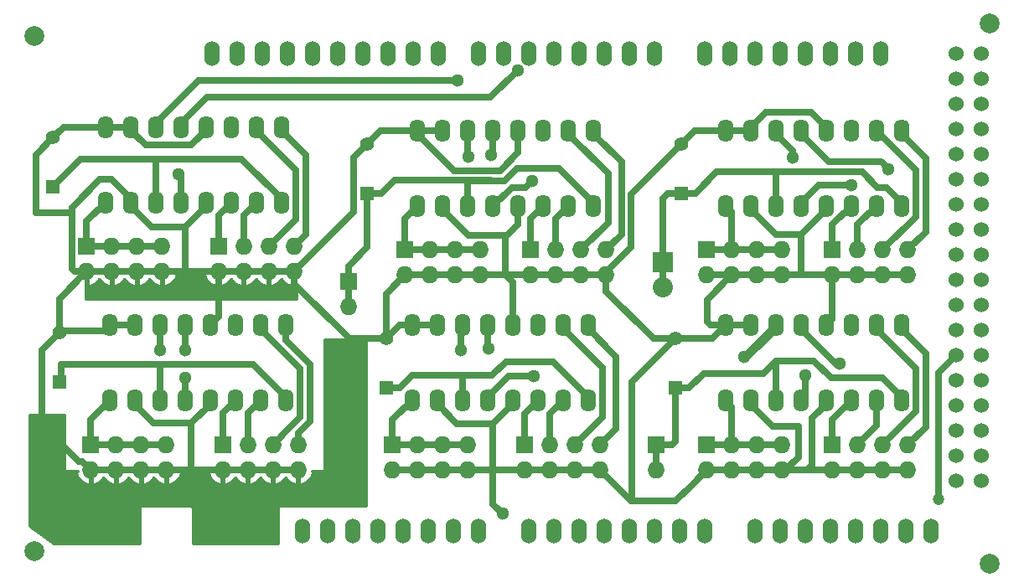
<source format=gbr>
G04 #@! TF.FileFunction,Copper,L2,Bot,Signal*
%FSLAX46Y46*%
G04 Gerber Fmt 4.6, Leading zero omitted, Abs format (unit mm)*
G04 Created by KiCad (PCBNEW 4.0.1-stable) date 2/24/2016 7:59:54 PM*
%MOMM*%
G01*
G04 APERTURE LIST*
%ADD10C,0.100000*%
%ADD11O,1.524000X2.540000*%
%ADD12C,1.524000*%
%ADD13O,1.600000X2.300000*%
%ADD14R,1.727200X1.727200*%
%ADD15O,1.727200X1.727200*%
%ADD16R,2.032000X2.032000*%
%ADD17O,2.032000X2.032000*%
%ADD18C,1.998980*%
%ADD19R,1.400000X1.400000*%
%ADD20C,1.400000*%
%ADD21C,1.300000*%
%ADD22C,1.200000*%
%ADD23C,0.700000*%
%ADD24C,0.254000*%
G04 APERTURE END LIST*
D10*
D11*
X54650000Y48286000D03*
X57190000Y48286000D03*
X59730000Y48286000D03*
X62270000Y48286000D03*
X64810000Y48286000D03*
X67350000Y48286000D03*
X69890000Y48286000D03*
X72430000Y48286000D03*
X77510000Y26000D03*
X74970000Y26000D03*
X72430000Y26000D03*
X69890000Y26000D03*
X59730000Y26000D03*
X54650000Y26000D03*
X52110000Y26000D03*
X62270000Y26000D03*
X64810000Y26000D03*
X67350000Y26000D03*
X49570000Y26000D03*
X47030000Y26000D03*
X44490000Y26000D03*
X36870000Y26000D03*
X39410000Y26000D03*
X41950000Y26000D03*
X31790000Y26000D03*
X29250000Y26000D03*
X26710000Y26000D03*
X21630000Y26000D03*
X19090000Y26000D03*
X49570000Y48286000D03*
X47030000Y48286000D03*
X44490000Y48286000D03*
X41950000Y48286000D03*
X39410000Y48286000D03*
X36870000Y48286000D03*
X34330000Y48286000D03*
X31790000Y48286000D03*
X27726000Y48286000D03*
X25186000Y48286000D03*
X22646000Y48286000D03*
X20106000Y48286000D03*
X17566000Y48286000D03*
X15026000Y48286000D03*
X12486000Y48286000D03*
X9946000Y48286000D03*
X24170000Y26000D03*
D12*
X80050000Y45746000D03*
X82590000Y45746000D03*
X80050000Y43206000D03*
X82590000Y43206000D03*
X80050000Y40666000D03*
X82590000Y40666000D03*
X80050000Y38126000D03*
X82590000Y38126000D03*
X80050000Y48286000D03*
X82590000Y48286000D03*
X82590000Y35586000D03*
X80050000Y35586000D03*
X80050000Y33046000D03*
X82590000Y33046000D03*
X80050000Y30506000D03*
X82590000Y30506000D03*
X80050000Y27966000D03*
X82590000Y27966000D03*
X80050000Y25426000D03*
X82590000Y25426000D03*
X80050000Y22886000D03*
X82590000Y22886000D03*
X80050000Y20346000D03*
X82590000Y20346000D03*
X80050000Y17806000D03*
X82590000Y17806000D03*
X80050000Y15266000D03*
X82590000Y15266000D03*
X80050000Y12726000D03*
X82590000Y12726000D03*
X80050000Y10186000D03*
X82590000Y10186000D03*
X80050000Y7646000D03*
X82590000Y7646000D03*
X80050000Y5106000D03*
X82590000Y5106000D03*
D11*
X16550000Y26000D03*
X14010000Y26000D03*
X7406000Y48286000D03*
X4866000Y48286000D03*
D13*
X12290000Y20800000D03*
X9750000Y20800000D03*
X7210000Y20800000D03*
X4670000Y20800000D03*
X2130000Y20800000D03*
X-410000Y20800000D03*
X-2950000Y20800000D03*
X-5490000Y20800000D03*
X-5490000Y13180000D03*
X-2950000Y13180000D03*
X-410000Y13180000D03*
X2130000Y13180000D03*
X4670000Y13180000D03*
X7210000Y13180000D03*
X9750000Y13180000D03*
X12290000Y13180000D03*
X11865000Y40855000D03*
X9325000Y40855000D03*
X6785000Y40855000D03*
X4245000Y40855000D03*
X1705000Y40855000D03*
X-835000Y40855000D03*
X-3375000Y40855000D03*
X-5915000Y40855000D03*
X-5915000Y33235000D03*
X-3375000Y33235000D03*
X-835000Y33235000D03*
X1705000Y33235000D03*
X4245000Y33235000D03*
X6785000Y33235000D03*
X9325000Y33235000D03*
X11865000Y33235000D03*
X42835000Y20830000D03*
X40295000Y20830000D03*
X37755000Y20830000D03*
X35215000Y20830000D03*
X32675000Y20830000D03*
X30135000Y20830000D03*
X27595000Y20830000D03*
X25055000Y20830000D03*
X25055000Y13210000D03*
X27595000Y13210000D03*
X30135000Y13210000D03*
X32675000Y13210000D03*
X35215000Y13210000D03*
X37755000Y13210000D03*
X40295000Y13210000D03*
X42835000Y13210000D03*
X43405000Y40485000D03*
X40865000Y40485000D03*
X38325000Y40485000D03*
X35785000Y40485000D03*
X33245000Y40485000D03*
X30705000Y40485000D03*
X28165000Y40485000D03*
X25625000Y40485000D03*
X25625000Y32865000D03*
X28165000Y32865000D03*
X30705000Y32865000D03*
X33245000Y32865000D03*
X35785000Y32865000D03*
X38325000Y32865000D03*
X40865000Y32865000D03*
X43405000Y32865000D03*
D14*
X18640000Y25245000D03*
D15*
X18640000Y22705000D03*
D14*
X5940000Y8735000D03*
D15*
X5940000Y6195000D03*
X8480000Y8735000D03*
X8480000Y6195000D03*
X11020000Y8735000D03*
X11020000Y6195000D03*
X13560000Y8735000D03*
X13560000Y6195000D03*
D14*
X-7395000Y8735000D03*
D15*
X-7395000Y6195000D03*
X-4855000Y8735000D03*
X-4855000Y6195000D03*
X-2315000Y8735000D03*
X-2315000Y6195000D03*
X225000Y8735000D03*
X225000Y6195000D03*
D16*
X50390000Y27150000D03*
D17*
X50390000Y24610000D03*
D14*
X5515000Y28790000D03*
D15*
X5515000Y26250000D03*
X8055000Y28790000D03*
X8055000Y26250000D03*
X10595000Y28790000D03*
X10595000Y26250000D03*
X13135000Y28790000D03*
X13135000Y26250000D03*
D14*
X-7820000Y28790000D03*
D15*
X-7820000Y26250000D03*
X-5280000Y28790000D03*
X-5280000Y26250000D03*
X-2740000Y28790000D03*
X-2740000Y26250000D03*
X-200000Y28790000D03*
X-200000Y26250000D03*
D14*
X36420000Y8735000D03*
D15*
X36420000Y6195000D03*
X38960000Y8735000D03*
X38960000Y6195000D03*
X41500000Y8735000D03*
X41500000Y6195000D03*
X44040000Y8735000D03*
X44040000Y6195000D03*
D14*
X23085000Y8735000D03*
D15*
X23085000Y6195000D03*
X25625000Y8735000D03*
X25625000Y6195000D03*
X28165000Y8735000D03*
X28165000Y6195000D03*
X30705000Y8735000D03*
X30705000Y6195000D03*
D14*
X37055000Y28420000D03*
D15*
X37055000Y25880000D03*
X39595000Y28420000D03*
X39595000Y25880000D03*
X42135000Y28420000D03*
X42135000Y25880000D03*
X44675000Y28420000D03*
X44675000Y25880000D03*
D14*
X24355000Y28420000D03*
D15*
X24355000Y25880000D03*
X26895000Y28420000D03*
X26895000Y25880000D03*
X29435000Y28420000D03*
X29435000Y25880000D03*
X31975000Y28420000D03*
X31975000Y25880000D03*
D18*
X-13110000Y50010000D03*
X-13110000Y-2060000D03*
X83410000Y51280000D03*
X83410000Y-3330000D03*
D19*
X51660000Y14450000D03*
D20*
X51660000Y19450000D03*
D19*
X52295000Y34135000D03*
D20*
X52295000Y39135000D03*
D19*
X22450000Y14450000D03*
D20*
X22450000Y19450000D03*
D19*
X20545000Y34135000D03*
D20*
X20545000Y39135000D03*
D19*
X-10570000Y15085000D03*
D20*
X-10570000Y20085000D03*
D19*
X-11205000Y34770000D03*
D20*
X-11205000Y39770000D03*
D14*
X67535000Y28420000D03*
D15*
X67535000Y25880000D03*
X70075000Y28420000D03*
X70075000Y25880000D03*
X72615000Y28420000D03*
X72615000Y25880000D03*
X75155000Y28420000D03*
X75155000Y25880000D03*
D14*
X54835000Y28420000D03*
D15*
X54835000Y25880000D03*
X57375000Y28420000D03*
X57375000Y25880000D03*
X59915000Y28420000D03*
X59915000Y25880000D03*
X62455000Y28420000D03*
X62455000Y25880000D03*
D14*
X49755000Y8735000D03*
D15*
X49755000Y6195000D03*
D14*
X67535000Y8735000D03*
D15*
X67535000Y6195000D03*
X70075000Y8735000D03*
X70075000Y6195000D03*
X72615000Y8735000D03*
X72615000Y6195000D03*
X75155000Y8735000D03*
X75155000Y6195000D03*
D14*
X54835000Y8735000D03*
D15*
X54835000Y6195000D03*
X57375000Y8735000D03*
X57375000Y6195000D03*
X59915000Y8735000D03*
X59915000Y6195000D03*
X62455000Y8735000D03*
X62455000Y6195000D03*
D13*
X74520000Y40485000D03*
X71980000Y40485000D03*
X69440000Y40485000D03*
X66900000Y40485000D03*
X64360000Y40485000D03*
X61820000Y40485000D03*
X59280000Y40485000D03*
X56740000Y40485000D03*
X56740000Y32865000D03*
X59280000Y32865000D03*
X61820000Y32865000D03*
X64360000Y32865000D03*
X66900000Y32865000D03*
X69440000Y32865000D03*
X71980000Y32865000D03*
X74520000Y32865000D03*
X74520000Y20800000D03*
X71980000Y20800000D03*
X69440000Y20800000D03*
X66900000Y20800000D03*
X64360000Y20800000D03*
X61820000Y20800000D03*
X59280000Y20800000D03*
X56740000Y20800000D03*
X56740000Y13180000D03*
X59280000Y13180000D03*
X61820000Y13180000D03*
X64360000Y13180000D03*
X66900000Y13180000D03*
X69440000Y13180000D03*
X71980000Y13180000D03*
X74520000Y13180000D03*
D21*
X34203874Y1778105D03*
X2145270Y15494890D03*
X1495000Y36040012D03*
X-410000Y18260002D03*
X35711471Y46585067D03*
X29682176Y45535052D03*
X2130000Y18260000D03*
X30726022Y37894123D03*
X33063820Y38012447D03*
X37175508Y35387156D03*
X63511809Y37789306D03*
X73207810Y36587323D03*
X69412123Y34993980D03*
X30031900Y18272700D03*
X32809512Y18427917D03*
X37351409Y15680314D03*
D22*
X78236637Y3219340D03*
D21*
X58614866Y17620578D03*
X68264247Y16941487D03*
D22*
X64360000Y20800000D03*
D21*
X64787588Y15751871D03*
D23*
X60526487Y15905678D02*
X54515678Y15905678D01*
X54515678Y15905678D02*
X53060000Y14450000D01*
X61820000Y17199191D02*
X60526487Y15905678D01*
X53060000Y14450000D02*
X51660000Y14450000D01*
X34395689Y35439748D02*
X32929748Y35439748D01*
X35643117Y36687176D02*
X34395689Y35439748D01*
X43405000Y32865000D02*
X43405000Y33215000D01*
X43405000Y33215000D02*
X39932824Y36687176D01*
X39932824Y36687176D02*
X35643117Y36687176D01*
X74520000Y13530000D02*
X74520000Y13180000D01*
X72555651Y15494349D02*
X74520000Y13530000D01*
X65672144Y17199191D02*
X67376986Y15494349D01*
X65672144Y17199191D02*
X61820000Y17199191D01*
X67376986Y15494349D02*
X72555651Y15494349D01*
X70528024Y36294000D02*
X61947000Y36294000D01*
X74520000Y33215000D02*
X73020000Y34715000D01*
X72107024Y34715000D02*
X70528024Y36294000D01*
X74520000Y32865000D02*
X74520000Y33215000D01*
X73020000Y34715000D02*
X72107024Y34715000D01*
X61947000Y36294000D02*
X55854000Y36294000D01*
X61947000Y36294000D02*
X61820000Y36167000D01*
X61820000Y36167000D02*
X61820000Y32865000D01*
X55854000Y36294000D02*
X53695000Y34135000D01*
X53695000Y34135000D02*
X52295000Y34135000D01*
X-835000Y33235000D02*
X-835000Y37596586D01*
X-835000Y37596586D02*
X566580Y37596586D01*
X61820000Y17199191D02*
X61820000Y13180000D01*
X32929748Y35439748D02*
X32916236Y35453260D01*
X32916236Y35453260D02*
X23263260Y35453260D01*
X21945000Y34135000D02*
X20545000Y34135000D01*
X23263260Y35453260D02*
X21945000Y34135000D01*
X32929748Y35439748D02*
X30705000Y35439748D01*
X30705000Y35439748D02*
X30705000Y32865000D01*
X-11205000Y34770000D02*
X-11205000Y34821994D01*
X-8409000Y37617994D02*
X545172Y37617994D01*
X-11205000Y34821994D02*
X-8409000Y37617994D01*
X545172Y37617994D02*
X566580Y37596586D01*
X566580Y37596586D02*
X578845Y37608851D01*
X11865000Y33585000D02*
X11865000Y33235000D01*
X578845Y37608851D02*
X7841149Y37608851D01*
X7841149Y37608851D02*
X11865000Y33585000D01*
X9000308Y16819692D02*
X-410000Y16819692D01*
X-410000Y16819692D02*
X-10360240Y16819692D01*
X-410000Y13180000D02*
X-410000Y16819692D01*
X12290000Y13180000D02*
X12290000Y13530000D01*
X-10360240Y16819692D02*
X-10360240Y15294760D01*
X12290000Y13530000D02*
X9000308Y16819692D01*
X-10360240Y15294760D02*
X-10570000Y15085000D01*
X-410000Y13765394D02*
X-410000Y13180000D01*
X-835000Y33585000D02*
X-835000Y33235000D01*
X30070000Y15720000D02*
X33125939Y15720000D01*
X42835000Y13560000D02*
X42835000Y13210000D01*
X33125939Y15720000D02*
X34533836Y17127897D01*
X34533836Y17127897D02*
X39267103Y17127897D01*
X39267103Y17127897D02*
X42835000Y13560000D01*
X61670016Y33215000D02*
X61820000Y33215000D01*
X22450000Y14450000D02*
X23850000Y14450000D01*
X23850000Y14450000D02*
X25120000Y15720000D01*
X25120000Y15720000D02*
X30070000Y15720000D01*
X30070000Y15720000D02*
X30135000Y15655000D01*
X30135000Y15655000D02*
X30135000Y13210000D01*
X61820000Y13180000D02*
X61820000Y13530000D01*
X49755000Y8735000D02*
X49755000Y6195000D01*
X51660000Y14450000D02*
X51660000Y9076400D01*
X51660000Y9076400D02*
X51318600Y8735000D01*
X51318600Y8735000D02*
X49755000Y8735000D01*
X18640000Y25245000D02*
X18640000Y26808600D01*
X18640000Y26808600D02*
X20545000Y28713600D01*
X20545000Y28713600D02*
X20545000Y34135000D01*
X18640000Y25245000D02*
X18640000Y22705000D01*
X50390000Y27150000D02*
X50390000Y24610000D01*
X50390000Y27150000D02*
X50390000Y33630000D01*
X50390000Y33630000D02*
X50895000Y34135000D01*
X50895000Y34135000D02*
X52295000Y34135000D01*
X30070000Y13275000D02*
X30135000Y13210000D01*
X61820000Y33215000D02*
X61820000Y32865000D01*
X51660000Y19450000D02*
X47288660Y15078660D01*
X47288660Y15078660D02*
X47288660Y3093660D01*
X47288660Y3093660D02*
X47215000Y3020000D01*
X44040000Y6195000D02*
X47215000Y3020000D01*
X47215000Y3020000D02*
X51660000Y3020000D01*
X51660000Y3020000D02*
X53321399Y4681399D01*
X35785000Y38243288D02*
X33994983Y36453271D01*
X35785000Y40485000D02*
X35785000Y38243288D01*
X25625000Y40135000D02*
X25625000Y40485000D01*
X33994983Y36453271D02*
X29306729Y36453271D01*
X29306729Y36453271D02*
X25625000Y40135000D01*
X-5490000Y20800000D02*
X-6013259Y20276741D01*
X-6013259Y20276741D02*
X-10378259Y20276741D01*
X-10378259Y20276741D02*
X-10570000Y20085000D01*
X64995000Y6195000D02*
X65511084Y6711084D01*
X65511084Y6711084D02*
X65511084Y11442928D01*
X65511084Y11442928D02*
X66900000Y12831844D01*
X66900000Y12831844D02*
X66900000Y13180000D01*
X54835000Y6195000D02*
X62770896Y6195000D01*
X62770896Y6195000D02*
X64080363Y7504467D01*
X64080363Y7504467D02*
X64080363Y10586181D01*
X64080363Y10586181D02*
X61523819Y10586181D01*
X61523819Y10586181D02*
X59280000Y12830000D01*
X59280000Y12830000D02*
X59280000Y13180000D01*
X-3375000Y33235000D02*
X-3375000Y33585000D01*
X-3375000Y33585000D02*
X-5332757Y35542757D01*
X-5332757Y35542757D02*
X-6520252Y35542757D01*
X-6520252Y35542757D02*
X-9333601Y32729408D01*
X-9333601Y32729408D02*
X-9333601Y32217022D01*
X-3375000Y33235000D02*
X-3375000Y33768644D01*
X-9333601Y32217022D02*
X-12921789Y32217022D01*
X-12921789Y32217022D02*
X-12921789Y38053211D01*
X-12921789Y38053211D02*
X-11205000Y39770000D01*
X33245000Y6195000D02*
X33205495Y6234505D01*
X33205495Y6234505D02*
X33205495Y10850495D01*
X33205495Y10850495D02*
X33245000Y10890000D01*
X33245000Y2736979D02*
X34203874Y1778105D01*
X33245000Y6195000D02*
X33245000Y2736979D01*
X51660000Y19450000D02*
X49487922Y19450000D01*
X49487922Y19450000D02*
X44675000Y24262922D01*
X44675000Y24262922D02*
X44675000Y25880000D01*
X-7395000Y6195000D02*
X-8258599Y7058599D01*
X-8258599Y7058599D02*
X-8615801Y7058599D01*
X-8615801Y7058599D02*
X-12327868Y10770666D01*
X-12327868Y10770666D02*
X-12327868Y18327132D01*
X-12327868Y18327132D02*
X-10570000Y20085000D01*
X70075000Y25880000D02*
X72615000Y25880000D01*
X72615000Y25880000D02*
X75155000Y25880000D01*
X67535000Y25880000D02*
X70075000Y25880000D01*
X54835000Y25880000D02*
X57375000Y25880000D01*
X57375000Y25880000D02*
X59915000Y25880000D01*
X59915000Y25880000D02*
X62455000Y25880000D01*
X28165000Y6195000D02*
X30705000Y6195000D01*
X25625000Y6195000D02*
X28165000Y6195000D01*
X23085000Y6195000D02*
X25625000Y6195000D01*
X56740000Y20800000D02*
X55240000Y20800000D01*
X54847305Y23352305D02*
X57375000Y25880000D01*
X55240000Y20800000D02*
X54847305Y21192695D01*
X34515000Y25880000D02*
X35215000Y25180000D01*
X54847305Y21192695D02*
X54847305Y23352305D01*
X35215000Y25180000D02*
X35215000Y20830000D01*
X56740000Y40485000D02*
X59280000Y40485000D01*
X53645000Y40485000D02*
X56740000Y40485000D01*
X44675000Y26179870D02*
X44675000Y25880000D01*
X52295000Y39135000D02*
X47214999Y34054999D01*
X47214999Y34054999D02*
X47214999Y28719869D01*
X47214999Y28719869D02*
X44675000Y26179870D01*
X59280000Y40485000D02*
X59280000Y40835000D01*
X59280000Y40835000D02*
X60780000Y42335000D01*
X60780000Y42335000D02*
X65400000Y42335000D01*
X65400000Y42335000D02*
X66900000Y40835000D01*
X66900000Y40835000D02*
X66900000Y40485000D01*
X53321399Y4681399D02*
X54835000Y6195000D01*
X11020000Y6195000D02*
X13560000Y6195000D01*
X8480000Y6195000D02*
X11020000Y6195000D01*
X5940000Y6195000D02*
X8480000Y6195000D01*
X2765000Y6195000D02*
X5940000Y6195000D01*
X225000Y6195000D02*
X2765000Y6195000D01*
X-2315000Y6195000D02*
X225000Y6195000D01*
X-4855000Y6195000D02*
X-2315000Y6195000D01*
X-7395000Y6195000D02*
X-4855000Y6195000D01*
X10595000Y26250000D02*
X13135000Y26250000D01*
X8055000Y26250000D02*
X10595000Y26250000D01*
X5515000Y26250000D02*
X8055000Y26250000D01*
X2130000Y26250000D02*
X5515000Y26250000D01*
X-200000Y26250000D02*
X2130000Y26250000D01*
X-2740000Y26250000D02*
X-200000Y26250000D01*
X-5280000Y26250000D02*
X-2740000Y26250000D01*
X-7820000Y26250000D02*
X-5280000Y26250000D01*
X72615000Y6195000D02*
X75155000Y6195000D01*
X70075000Y6195000D02*
X72615000Y6195000D01*
X67535000Y6195000D02*
X70075000Y6195000D01*
X59915000Y6195000D02*
X62455000Y6195000D01*
X62455000Y6195000D02*
X64995000Y6195000D01*
X57375000Y6195000D02*
X59915000Y6195000D01*
X54835000Y6195000D02*
X57375000Y6195000D01*
X41500000Y6195000D02*
X44040000Y6195000D01*
X38960000Y6195000D02*
X41500000Y6195000D01*
X36420000Y6195000D02*
X38960000Y6195000D01*
X67535000Y25880000D02*
X67535000Y21435000D01*
X67535000Y21435000D02*
X66900000Y20800000D01*
X20545000Y39135000D02*
X19194999Y37784999D01*
X19194999Y37784999D02*
X19194999Y32309999D01*
X19194999Y32309999D02*
X13135000Y26250000D01*
X-9041314Y26250000D02*
X-7820000Y26250000D01*
X-9333601Y26542287D02*
X-9041314Y26250000D01*
X-9333601Y32217022D02*
X-9333601Y26542287D01*
X-3375000Y40855000D02*
X-3375000Y40505000D01*
X-3375000Y40505000D02*
X-1875000Y39005000D01*
X-1875000Y39005000D02*
X2745000Y39005000D01*
X4245000Y40505000D02*
X4245000Y40855000D01*
X2745000Y39005000D02*
X4245000Y40505000D01*
X22450000Y19450000D02*
X22450000Y23975000D01*
X22450000Y23975000D02*
X24355000Y25880000D01*
X-7820000Y26250000D02*
X-10570000Y23500000D01*
X-10570000Y23500000D02*
X-10570000Y20085000D01*
X5515000Y26250000D02*
X5515000Y21645000D01*
X5515000Y21645000D02*
X4670000Y20800000D01*
X22450000Y19450000D02*
X18713686Y19450000D01*
X18713686Y19450000D02*
X13135000Y25028686D01*
X13135000Y25028686D02*
X13135000Y26250000D01*
X25055000Y20830000D02*
X23830000Y20830000D01*
X23830000Y20830000D02*
X22450000Y19450000D01*
X27595000Y20830000D02*
X25055000Y20830000D01*
X56740000Y20800000D02*
X59280000Y20800000D01*
X51660000Y19450000D02*
X55390000Y19450000D01*
X55390000Y19450000D02*
X56740000Y20800000D01*
X33245000Y10890000D02*
X29565000Y10890000D01*
X29565000Y10890000D02*
X27595000Y12860000D01*
X27595000Y12860000D02*
X27595000Y13210000D01*
X33245000Y6195000D02*
X36420000Y6195000D01*
X30705000Y6195000D02*
X33245000Y6195000D01*
X33245000Y10890000D02*
X35215000Y12860000D01*
X35215000Y12860000D02*
X35215000Y13210000D01*
X2765000Y10925000D02*
X-1045000Y10925000D01*
X-1045000Y10925000D02*
X-2950000Y12830000D01*
X-2950000Y12830000D02*
X-2950000Y13180000D01*
X2765000Y6195000D02*
X2765000Y10925000D01*
X2765000Y10925000D02*
X4670000Y12830000D01*
X4670000Y12830000D02*
X4670000Y13180000D01*
X2130000Y30770000D02*
X-1260000Y30770000D01*
X-1260000Y30770000D02*
X-3375000Y32885000D01*
X-3375000Y32885000D02*
X-3375000Y33235000D01*
X2130000Y30770000D02*
X4245000Y32885000D01*
X2130000Y26250000D02*
X2130000Y30770000D01*
X4245000Y32885000D02*
X4245000Y33235000D01*
X64995000Y6195000D02*
X67535000Y6195000D01*
X-2950000Y20800000D02*
X-5490000Y20800000D01*
X-5915000Y40855000D02*
X-10120000Y40855000D01*
X-10120000Y40855000D02*
X-11205000Y39770000D01*
X-3375000Y40855000D02*
X-5915000Y40855000D01*
X25625000Y40485000D02*
X21895000Y40485000D01*
X21895000Y40485000D02*
X20545000Y39135000D01*
X28165000Y40485000D02*
X25625000Y40485000D01*
X42135000Y25880000D02*
X44675000Y25880000D01*
X39595000Y25880000D02*
X42135000Y25880000D01*
X37055000Y25880000D02*
X39595000Y25880000D01*
X29435000Y25880000D02*
X31975000Y25880000D01*
X26895000Y25880000D02*
X29435000Y25880000D01*
X24355000Y25880000D02*
X26895000Y25880000D01*
X34515000Y29745000D02*
X34326399Y29933601D01*
X34326399Y29933601D02*
X30746399Y29933601D01*
X30746399Y29933601D02*
X28165000Y32515000D01*
X28165000Y32515000D02*
X28165000Y32865000D01*
X34515000Y25880000D02*
X37055000Y25880000D01*
X31975000Y25880000D02*
X34515000Y25880000D01*
X34515000Y25880000D02*
X34515000Y29745000D01*
X34515000Y29745000D02*
X35785000Y31015000D01*
X35785000Y31015000D02*
X35785000Y32865000D01*
X64360000Y29975000D02*
X61820000Y29975000D01*
X61820000Y29975000D02*
X59280000Y32515000D01*
X59280000Y32515000D02*
X59280000Y32865000D01*
X64360000Y25880000D02*
X67535000Y25880000D01*
X62455000Y25880000D02*
X64360000Y25880000D01*
X64360000Y25880000D02*
X64360000Y29975000D01*
X64360000Y29975000D02*
X66900000Y32515000D01*
X66900000Y32515000D02*
X66900000Y32865000D01*
X53645000Y40485000D02*
X52295000Y39135000D01*
X2130000Y15479620D02*
X2145270Y15494890D01*
X2130000Y13180000D02*
X2130000Y15479620D01*
X1705000Y35830012D02*
X1495000Y36040012D01*
X1705000Y33235000D02*
X1705000Y35830012D01*
X28165000Y8735000D02*
X30705000Y8735000D01*
X25625000Y8735000D02*
X28165000Y8735000D01*
X23085000Y8735000D02*
X25625000Y8735000D01*
X23085000Y8735000D02*
X23085000Y11240000D01*
X23085000Y11240000D02*
X25055000Y13210000D01*
X-410000Y20800000D02*
X-410000Y18260002D01*
X1705000Y40855000D02*
X1705000Y41205000D01*
X1705000Y41205000D02*
X4359297Y43859297D01*
X4359297Y43859297D02*
X32985701Y43859297D01*
X32985701Y43859297D02*
X35711471Y46585067D01*
X2130000Y41280000D02*
X1705000Y40855000D01*
X-835000Y41205000D02*
X3495052Y45535052D01*
X-835000Y40855000D02*
X-835000Y41205000D01*
X3495052Y45535052D02*
X29682176Y45535052D01*
X-410000Y41280000D02*
X-835000Y40855000D01*
X5940000Y8735000D02*
X5940000Y11910000D01*
X5940000Y11910000D02*
X7210000Y13180000D01*
X8480000Y8735000D02*
X8480000Y11910000D01*
X8480000Y11910000D02*
X9750000Y13180000D01*
X13740010Y16459990D02*
X9750000Y20450000D01*
X11883599Y9694141D02*
X13740010Y11550552D01*
X9750000Y20450000D02*
X9750000Y20800000D01*
X11883599Y9598599D02*
X11883599Y9694141D01*
X11020000Y8735000D02*
X11883599Y9598599D01*
X13740010Y11550552D02*
X13740010Y16459990D01*
X13560000Y8735000D02*
X13559999Y9956315D01*
X13559999Y9956315D02*
X14740020Y11136335D01*
X14740020Y11136335D02*
X14740020Y16874207D01*
X14740020Y16874207D02*
X12290000Y19324226D01*
X12290000Y19324226D02*
X12290000Y20800000D01*
X-7395000Y8735000D02*
X-7395000Y11275000D01*
X-7395000Y11275000D02*
X-5490000Y13180000D01*
X-2315000Y8735000D02*
X225000Y8735000D01*
X-4855000Y8735000D02*
X-2315000Y8735000D01*
X-7395000Y8735000D02*
X-4855000Y8735000D01*
X5515000Y28790000D02*
X5515000Y31965000D01*
X5515000Y31965000D02*
X6785000Y33235000D01*
X8055000Y28790000D02*
X8055000Y31965000D01*
X8055000Y31965000D02*
X9325000Y33235000D01*
X13315010Y36514990D02*
X9325000Y40505000D01*
X13315010Y31510010D02*
X13315010Y36514990D01*
X10595000Y28790000D02*
X13315010Y31510010D01*
X9325000Y40505000D02*
X9325000Y40855000D01*
X11865000Y40505000D02*
X11865000Y40855000D01*
X14315021Y38054979D02*
X11865000Y40505000D01*
X14315021Y29970021D02*
X14315021Y38054979D01*
X13135000Y28790000D02*
X14315021Y29970021D01*
X-7820000Y28790000D02*
X-7820000Y31330000D01*
X-7820000Y31330000D02*
X-5915000Y33235000D01*
X-2740000Y28790000D02*
X-200000Y28790000D01*
X-5280000Y28790000D02*
X-2740000Y28790000D01*
X-7820000Y28790000D02*
X-5280000Y28790000D01*
X36420000Y8735000D02*
X36420000Y11875000D01*
X36420000Y11875000D02*
X37755000Y13210000D01*
X38960000Y8735000D02*
X38960000Y11875000D01*
X38960000Y11875000D02*
X40295000Y13210000D01*
X44285010Y11520010D02*
X44285010Y16489990D01*
X41500000Y8735000D02*
X44285010Y11520010D01*
X44285010Y16489990D02*
X40295000Y20480000D01*
X40295000Y20480000D02*
X40295000Y20830000D01*
X45675011Y17639989D02*
X42835000Y20480000D01*
X45675011Y10370011D02*
X45675011Y17639989D01*
X44040000Y8735000D02*
X45675011Y10370011D01*
X42835000Y20480000D02*
X42835000Y20830000D01*
X37055000Y28420000D02*
X37055000Y31595000D01*
X37055000Y31595000D02*
X38325000Y32865000D01*
X39595000Y28420000D02*
X39595000Y31595000D01*
X39595000Y31595000D02*
X40865000Y32865000D01*
X44855010Y31140010D02*
X44855010Y36144990D01*
X44855010Y36144990D02*
X40865000Y40135000D01*
X40865000Y40135000D02*
X40865000Y40485000D01*
X42135000Y28420000D02*
X44855010Y31140010D01*
X43405000Y40135000D02*
X43405000Y40485000D01*
X46214989Y37325011D02*
X43405000Y40135000D01*
X46214989Y29959989D02*
X46214989Y37325011D01*
X44675000Y28420000D02*
X46214989Y29959989D01*
X24355000Y28420000D02*
X24355000Y31595000D01*
X24355000Y31595000D02*
X25625000Y32865000D01*
X29435000Y28420000D02*
X31975000Y28420000D01*
X26895000Y28420000D02*
X29435000Y28420000D01*
X24355000Y28420000D02*
X26895000Y28420000D01*
X2130000Y20800000D02*
X2130000Y18260000D01*
X30705000Y37915145D02*
X30726022Y37894123D01*
X30705000Y40485000D02*
X30705000Y37915145D01*
X33245000Y40485000D02*
X33245000Y38193627D01*
X33245000Y38193627D02*
X33063820Y38012447D01*
X36525509Y34737157D02*
X37175508Y35387156D01*
X33245000Y32865000D02*
X35117157Y34737157D01*
X35117157Y34737157D02*
X36525509Y34737157D01*
X63511809Y38443191D02*
X63511809Y37789306D01*
X61820000Y40135000D02*
X63511809Y38443191D01*
X61820000Y40485000D02*
X61820000Y40135000D01*
X72557811Y37237322D02*
X73207810Y36587323D01*
X72450968Y37344165D02*
X72557811Y37237322D01*
X64360000Y40485000D02*
X64360000Y40135000D01*
X64360000Y40135000D02*
X67150835Y37344165D01*
X67150835Y37344165D02*
X72450968Y37344165D01*
X68492885Y34993980D02*
X69412123Y34993980D01*
X66138980Y34993980D02*
X68492885Y34993980D01*
X64360000Y32865000D02*
X64360000Y33215000D01*
X64360000Y33215000D02*
X66138980Y34993980D01*
X67535000Y28420000D02*
X67535000Y30960000D01*
X67535000Y30960000D02*
X69440000Y32865000D01*
X70075000Y28420000D02*
X70075000Y30960000D01*
X70075000Y30960000D02*
X71980000Y32865000D01*
X75970010Y31775010D02*
X75970010Y36494990D01*
X75970010Y36494990D02*
X71980000Y40485000D01*
X72615000Y28420000D02*
X75970010Y31775010D01*
X74520000Y40135000D02*
X74520000Y40485000D01*
X76970021Y37684979D02*
X74520000Y40135000D01*
X76970021Y30235021D02*
X76970021Y37684979D01*
X75155000Y28420000D02*
X76970021Y30235021D01*
X57375000Y28420000D02*
X57375000Y32230000D01*
X57375000Y32230000D02*
X56740000Y32865000D01*
X57375000Y28420000D02*
X54835000Y28420000D01*
X59915000Y28420000D02*
X57375000Y28420000D01*
X62455000Y28420000D02*
X59915000Y28420000D01*
X67535000Y8735000D02*
X67535000Y11275000D01*
X67535000Y11275000D02*
X69440000Y13180000D01*
X71980000Y10640000D02*
X71980000Y13180000D01*
X70075000Y8735000D02*
X71980000Y10640000D01*
X72615000Y8735000D02*
X75970010Y12090010D01*
X75970010Y12090010D02*
X75970010Y16459990D01*
X75970010Y16459990D02*
X71980000Y20450000D01*
X71980000Y20450000D02*
X71980000Y20800000D01*
X76970021Y17999979D02*
X74520000Y20450000D01*
X76970021Y10550021D02*
X76970021Y17999979D01*
X75155000Y8735000D02*
X76970021Y10550021D01*
X74520000Y20450000D02*
X74520000Y20800000D01*
X57375000Y8735000D02*
X59915000Y8735000D01*
X57375000Y8735000D02*
X57375000Y12545000D01*
X57375000Y12545000D02*
X56740000Y13180000D01*
X59915000Y8735000D02*
X62455000Y8735000D01*
X54835000Y8735000D02*
X57375000Y8735000D01*
X30031900Y18272700D02*
X30031900Y20726900D01*
X30031900Y20726900D02*
X30135000Y20830000D01*
X30070000Y20895000D02*
X30135000Y20830000D01*
X32675000Y18562429D02*
X32809512Y18427917D01*
X32675000Y20830000D02*
X32675000Y18562429D01*
X34795314Y15680314D02*
X37351409Y15680314D01*
X32675000Y13560000D02*
X34795314Y15680314D01*
X32675000Y13210000D02*
X32675000Y13560000D01*
X78236637Y15992637D02*
X78236637Y3219340D01*
X80050000Y17806000D02*
X78236637Y15992637D01*
X61564387Y20570099D02*
X59264865Y18270577D01*
X58990578Y17620578D02*
X58614866Y17620578D01*
X61820000Y20450000D02*
X58990578Y17620578D01*
X61820000Y20800000D02*
X61820000Y20450000D01*
X61564387Y20779991D02*
X61564387Y20570099D01*
X59264865Y18270577D02*
X58614866Y17620578D01*
X64360000Y20450000D02*
X67868513Y16941487D01*
X64360000Y20800000D02*
X64360000Y20450000D01*
X67868513Y16941487D02*
X68264247Y16941487D01*
X64787588Y13607588D02*
X64787588Y15751871D01*
X64360000Y13180000D02*
X64787588Y13607588D01*
X64636398Y13456398D02*
X64636398Y13779980D01*
X64360000Y13180000D02*
X64636398Y13456398D01*
D24*
G36*
X20418000Y2512000D02*
X11655000Y2512000D01*
X11605590Y2501994D01*
X11563965Y2473553D01*
X11536685Y2431159D01*
X11528000Y2385000D01*
X11528000Y-1298000D01*
X2892000Y-1298000D01*
X2892000Y2385000D01*
X2881994Y2434410D01*
X2853553Y2476035D01*
X2811159Y2503315D01*
X2765000Y2512000D01*
X-2315000Y2512000D01*
X-2364410Y2501994D01*
X-2406035Y2473553D01*
X-2433315Y2431159D01*
X-2442000Y2385000D01*
X-2442000Y-1298000D01*
X-11162667Y-1298000D01*
X-13618000Y543500D01*
X-13618000Y11783000D01*
X-10062000Y11783000D01*
X-10062000Y6195000D01*
X-10051994Y6145590D01*
X-10023553Y6103965D01*
X-9981159Y6076685D01*
X-9935000Y6068000D01*
X-8893600Y6068000D01*
X-8893600Y6067998D01*
X-8728818Y6067998D01*
X-8849958Y5835974D01*
X-8677688Y5420053D01*
X-8283490Y4988179D01*
X-7754027Y4740032D01*
X-7522000Y4860531D01*
X-7522000Y6068000D01*
X-7268000Y6068000D01*
X-7268000Y4860531D01*
X-7035973Y4740032D01*
X-6506510Y4988179D01*
X-6125000Y5406152D01*
X-5743490Y4988179D01*
X-5214027Y4740032D01*
X-4982000Y4860531D01*
X-4982000Y6068000D01*
X-4728000Y6068000D01*
X-4728000Y4860531D01*
X-4495973Y4740032D01*
X-3966510Y4988179D01*
X-3585000Y5406152D01*
X-3203490Y4988179D01*
X-2674027Y4740032D01*
X-2442000Y4860531D01*
X-2442000Y6068000D01*
X-2188000Y6068000D01*
X-2188000Y4860531D01*
X-1955973Y4740032D01*
X-1426510Y4988179D01*
X-1045000Y5406152D01*
X-663490Y4988179D01*
X-134027Y4740032D01*
X98000Y4860531D01*
X98000Y6068000D01*
X352000Y6068000D01*
X352000Y4860531D01*
X584027Y4740032D01*
X1113490Y4988179D01*
X1507688Y5420053D01*
X1679958Y5835974D01*
X1558818Y6067998D01*
X1723600Y6067998D01*
X1723600Y6068000D01*
X4441400Y6068000D01*
X4441400Y6067998D01*
X4606182Y6067998D01*
X4485042Y5835974D01*
X4657312Y5420053D01*
X5051510Y4988179D01*
X5580973Y4740032D01*
X5813000Y4860531D01*
X5813000Y6068000D01*
X6067000Y6068000D01*
X6067000Y4860531D01*
X6299027Y4740032D01*
X6828490Y4988179D01*
X7210000Y5406152D01*
X7591510Y4988179D01*
X8120973Y4740032D01*
X8353000Y4860531D01*
X8353000Y6068000D01*
X8607000Y6068000D01*
X8607000Y4860531D01*
X8839027Y4740032D01*
X9368490Y4988179D01*
X9750000Y5406152D01*
X10131510Y4988179D01*
X10660973Y4740032D01*
X10893000Y4860531D01*
X10893000Y6068000D01*
X11147000Y6068000D01*
X11147000Y4860531D01*
X11379027Y4740032D01*
X11908490Y4988179D01*
X12290000Y5406152D01*
X12671510Y4988179D01*
X13200973Y4740032D01*
X13433000Y4860531D01*
X13433000Y6068000D01*
X13687000Y6068000D01*
X13687000Y4860531D01*
X13919027Y4740032D01*
X14448490Y4988179D01*
X14842688Y5420053D01*
X15014958Y5835974D01*
X14893818Y6067998D01*
X15058600Y6067998D01*
X15058600Y6068000D01*
X16100000Y6068000D01*
X16149410Y6078006D01*
X16191035Y6106447D01*
X16218315Y6148841D01*
X16227000Y6195000D01*
X16227000Y19403000D01*
X20418000Y19403000D01*
X20418000Y2512000D01*
X20418000Y2512000D01*
G37*
X20418000Y2512000D02*
X11655000Y2512000D01*
X11605590Y2501994D01*
X11563965Y2473553D01*
X11536685Y2431159D01*
X11528000Y2385000D01*
X11528000Y-1298000D01*
X2892000Y-1298000D01*
X2892000Y2385000D01*
X2881994Y2434410D01*
X2853553Y2476035D01*
X2811159Y2503315D01*
X2765000Y2512000D01*
X-2315000Y2512000D01*
X-2364410Y2501994D01*
X-2406035Y2473553D01*
X-2433315Y2431159D01*
X-2442000Y2385000D01*
X-2442000Y-1298000D01*
X-11162667Y-1298000D01*
X-13618000Y543500D01*
X-13618000Y11783000D01*
X-10062000Y11783000D01*
X-10062000Y6195000D01*
X-10051994Y6145590D01*
X-10023553Y6103965D01*
X-9981159Y6076685D01*
X-9935000Y6068000D01*
X-8893600Y6068000D01*
X-8893600Y6067998D01*
X-8728818Y6067998D01*
X-8849958Y5835974D01*
X-8677688Y5420053D01*
X-8283490Y4988179D01*
X-7754027Y4740032D01*
X-7522000Y4860531D01*
X-7522000Y6068000D01*
X-7268000Y6068000D01*
X-7268000Y4860531D01*
X-7035973Y4740032D01*
X-6506510Y4988179D01*
X-6125000Y5406152D01*
X-5743490Y4988179D01*
X-5214027Y4740032D01*
X-4982000Y4860531D01*
X-4982000Y6068000D01*
X-4728000Y6068000D01*
X-4728000Y4860531D01*
X-4495973Y4740032D01*
X-3966510Y4988179D01*
X-3585000Y5406152D01*
X-3203490Y4988179D01*
X-2674027Y4740032D01*
X-2442000Y4860531D01*
X-2442000Y6068000D01*
X-2188000Y6068000D01*
X-2188000Y4860531D01*
X-1955973Y4740032D01*
X-1426510Y4988179D01*
X-1045000Y5406152D01*
X-663490Y4988179D01*
X-134027Y4740032D01*
X98000Y4860531D01*
X98000Y6068000D01*
X352000Y6068000D01*
X352000Y4860531D01*
X584027Y4740032D01*
X1113490Y4988179D01*
X1507688Y5420053D01*
X1679958Y5835974D01*
X1558818Y6067998D01*
X1723600Y6067998D01*
X1723600Y6068000D01*
X4441400Y6068000D01*
X4441400Y6067998D01*
X4606182Y6067998D01*
X4485042Y5835974D01*
X4657312Y5420053D01*
X5051510Y4988179D01*
X5580973Y4740032D01*
X5813000Y4860531D01*
X5813000Y6068000D01*
X6067000Y6068000D01*
X6067000Y4860531D01*
X6299027Y4740032D01*
X6828490Y4988179D01*
X7210000Y5406152D01*
X7591510Y4988179D01*
X8120973Y4740032D01*
X8353000Y4860531D01*
X8353000Y6068000D01*
X8607000Y6068000D01*
X8607000Y4860531D01*
X8839027Y4740032D01*
X9368490Y4988179D01*
X9750000Y5406152D01*
X10131510Y4988179D01*
X10660973Y4740032D01*
X10893000Y4860531D01*
X10893000Y6068000D01*
X11147000Y6068000D01*
X11147000Y4860531D01*
X11379027Y4740032D01*
X11908490Y4988179D01*
X12290000Y5406152D01*
X12671510Y4988179D01*
X13200973Y4740032D01*
X13433000Y4860531D01*
X13433000Y6068000D01*
X13687000Y6068000D01*
X13687000Y4860531D01*
X13919027Y4740032D01*
X14448490Y4988179D01*
X14842688Y5420053D01*
X15014958Y5835974D01*
X14893818Y6067998D01*
X15058600Y6067998D01*
X15058600Y6068000D01*
X16100000Y6068000D01*
X16149410Y6078006D01*
X16191035Y6106447D01*
X16218315Y6148841D01*
X16227000Y6195000D01*
X16227000Y19403000D01*
X20418000Y19403000D01*
X20418000Y2512000D01*
G36*
X-7693000Y26377000D02*
X-5407000Y26377000D01*
X-5407000Y26388000D01*
X-5153000Y26388000D01*
X-5153000Y26377000D01*
X-2867000Y26377000D01*
X-2867000Y26388000D01*
X-2613000Y26388000D01*
X-2613000Y26377000D01*
X-327000Y26377000D01*
X-327000Y26388000D01*
X-73000Y26388000D01*
X-73000Y26377000D01*
X1133817Y26377000D01*
X1139560Y26388000D01*
X4175440Y26388000D01*
X4181183Y26377000D01*
X5388000Y26377000D01*
X5388000Y26388000D01*
X5642000Y26388000D01*
X5642000Y26377000D01*
X7928000Y26377000D01*
X7928000Y26388000D01*
X8182000Y26388000D01*
X8182000Y26377000D01*
X10468000Y26377000D01*
X10468000Y26388000D01*
X10722000Y26388000D01*
X10722000Y26377000D01*
X13008000Y26377000D01*
X13008000Y26388000D01*
X13262000Y26388000D01*
X13262000Y26377000D01*
X13282000Y26377000D01*
X13282000Y26123000D01*
X13262000Y26123000D01*
X13262000Y24915531D01*
X13433000Y24826725D01*
X13433000Y23467000D01*
X-7903000Y23467000D01*
X-7903000Y26123000D01*
X-7693000Y26123000D01*
X-7693000Y24915531D01*
X-7460973Y24795032D01*
X-6931510Y25043179D01*
X-6550000Y25461152D01*
X-6168490Y25043179D01*
X-5639027Y24795032D01*
X-5407000Y24915531D01*
X-5407000Y26123000D01*
X-5153000Y26123000D01*
X-5153000Y24915531D01*
X-4920973Y24795032D01*
X-4391510Y25043179D01*
X-4010000Y25461152D01*
X-3628490Y25043179D01*
X-3099027Y24795032D01*
X-2867000Y24915531D01*
X-2867000Y26123000D01*
X-2613000Y26123000D01*
X-2613000Y24915531D01*
X-2380973Y24795032D01*
X-1851510Y25043179D01*
X-1470000Y25461152D01*
X-1088490Y25043179D01*
X-559027Y24795032D01*
X-327000Y24915531D01*
X-327000Y26123000D01*
X-73000Y26123000D01*
X-73000Y24915531D01*
X159027Y24795032D01*
X688490Y25043179D01*
X1082688Y25475053D01*
X1254958Y25890974D01*
X4060042Y25890974D01*
X4232312Y25475053D01*
X4626510Y25043179D01*
X5155973Y24795032D01*
X5388000Y24915531D01*
X5388000Y26123000D01*
X5642000Y26123000D01*
X5642000Y24915531D01*
X5874027Y24795032D01*
X6403490Y25043179D01*
X6785000Y25461152D01*
X7166510Y25043179D01*
X7695973Y24795032D01*
X7928000Y24915531D01*
X7928000Y26123000D01*
X8182000Y26123000D01*
X8182000Y24915531D01*
X8414027Y24795032D01*
X8943490Y25043179D01*
X9325000Y25461152D01*
X9706510Y25043179D01*
X10235973Y24795032D01*
X10468000Y24915531D01*
X10468000Y26123000D01*
X10722000Y26123000D01*
X10722000Y24915531D01*
X10954027Y24795032D01*
X11483490Y25043179D01*
X11865000Y25461152D01*
X12246510Y25043179D01*
X12775973Y24795032D01*
X13008000Y24915531D01*
X13008000Y26123000D01*
X10722000Y26123000D01*
X10468000Y26123000D01*
X8182000Y26123000D01*
X7928000Y26123000D01*
X5642000Y26123000D01*
X5388000Y26123000D01*
X4181183Y26123000D01*
X4060042Y25890974D01*
X1254958Y25890974D01*
X1133817Y26123000D01*
X-73000Y26123000D01*
X-327000Y26123000D01*
X-2613000Y26123000D01*
X-2867000Y26123000D01*
X-5153000Y26123000D01*
X-5407000Y26123000D01*
X-7693000Y26123000D01*
X-7903000Y26123000D01*
X-7903000Y26388000D01*
X-7693000Y26388000D01*
X-7693000Y26377000D01*
X-7693000Y26377000D01*
G37*
X-7693000Y26377000D02*
X-5407000Y26377000D01*
X-5407000Y26388000D01*
X-5153000Y26388000D01*
X-5153000Y26377000D01*
X-2867000Y26377000D01*
X-2867000Y26388000D01*
X-2613000Y26388000D01*
X-2613000Y26377000D01*
X-327000Y26377000D01*
X-327000Y26388000D01*
X-73000Y26388000D01*
X-73000Y26377000D01*
X1133817Y26377000D01*
X1139560Y26388000D01*
X4175440Y26388000D01*
X4181183Y26377000D01*
X5388000Y26377000D01*
X5388000Y26388000D01*
X5642000Y26388000D01*
X5642000Y26377000D01*
X7928000Y26377000D01*
X7928000Y26388000D01*
X8182000Y26388000D01*
X8182000Y26377000D01*
X10468000Y26377000D01*
X10468000Y26388000D01*
X10722000Y26388000D01*
X10722000Y26377000D01*
X13008000Y26377000D01*
X13008000Y26388000D01*
X13262000Y26388000D01*
X13262000Y26377000D01*
X13282000Y26377000D01*
X13282000Y26123000D01*
X13262000Y26123000D01*
X13262000Y24915531D01*
X13433000Y24826725D01*
X13433000Y23467000D01*
X-7903000Y23467000D01*
X-7903000Y26123000D01*
X-7693000Y26123000D01*
X-7693000Y24915531D01*
X-7460973Y24795032D01*
X-6931510Y25043179D01*
X-6550000Y25461152D01*
X-6168490Y25043179D01*
X-5639027Y24795032D01*
X-5407000Y24915531D01*
X-5407000Y26123000D01*
X-5153000Y26123000D01*
X-5153000Y24915531D01*
X-4920973Y24795032D01*
X-4391510Y25043179D01*
X-4010000Y25461152D01*
X-3628490Y25043179D01*
X-3099027Y24795032D01*
X-2867000Y24915531D01*
X-2867000Y26123000D01*
X-2613000Y26123000D01*
X-2613000Y24915531D01*
X-2380973Y24795032D01*
X-1851510Y25043179D01*
X-1470000Y25461152D01*
X-1088490Y25043179D01*
X-559027Y24795032D01*
X-327000Y24915531D01*
X-327000Y26123000D01*
X-73000Y26123000D01*
X-73000Y24915531D01*
X159027Y24795032D01*
X688490Y25043179D01*
X1082688Y25475053D01*
X1254958Y25890974D01*
X4060042Y25890974D01*
X4232312Y25475053D01*
X4626510Y25043179D01*
X5155973Y24795032D01*
X5388000Y24915531D01*
X5388000Y26123000D01*
X5642000Y26123000D01*
X5642000Y24915531D01*
X5874027Y24795032D01*
X6403490Y25043179D01*
X6785000Y25461152D01*
X7166510Y25043179D01*
X7695973Y24795032D01*
X7928000Y24915531D01*
X7928000Y26123000D01*
X8182000Y26123000D01*
X8182000Y24915531D01*
X8414027Y24795032D01*
X8943490Y25043179D01*
X9325000Y25461152D01*
X9706510Y25043179D01*
X10235973Y24795032D01*
X10468000Y24915531D01*
X10468000Y26123000D01*
X10722000Y26123000D01*
X10722000Y24915531D01*
X10954027Y24795032D01*
X11483490Y25043179D01*
X11865000Y25461152D01*
X12246510Y25043179D01*
X12775973Y24795032D01*
X13008000Y24915531D01*
X13008000Y26123000D01*
X10722000Y26123000D01*
X10468000Y26123000D01*
X8182000Y26123000D01*
X7928000Y26123000D01*
X5642000Y26123000D01*
X5388000Y26123000D01*
X4181183Y26123000D01*
X4060042Y25890974D01*
X1254958Y25890974D01*
X1133817Y26123000D01*
X-73000Y26123000D01*
X-327000Y26123000D01*
X-2613000Y26123000D01*
X-2867000Y26123000D01*
X-5153000Y26123000D01*
X-5407000Y26123000D01*
X-7693000Y26123000D01*
X-7903000Y26123000D01*
X-7903000Y26388000D01*
X-7693000Y26388000D01*
X-7693000Y26377000D01*
M02*

</source>
